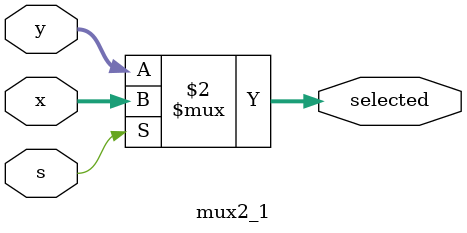
<source format=v>

`timescale 1ns/1ns

module mux2_1(input [3:0]x, y, input s, output [3:0]selected);

assign selected= (s == 1)? x:y;

endmodule
</source>
